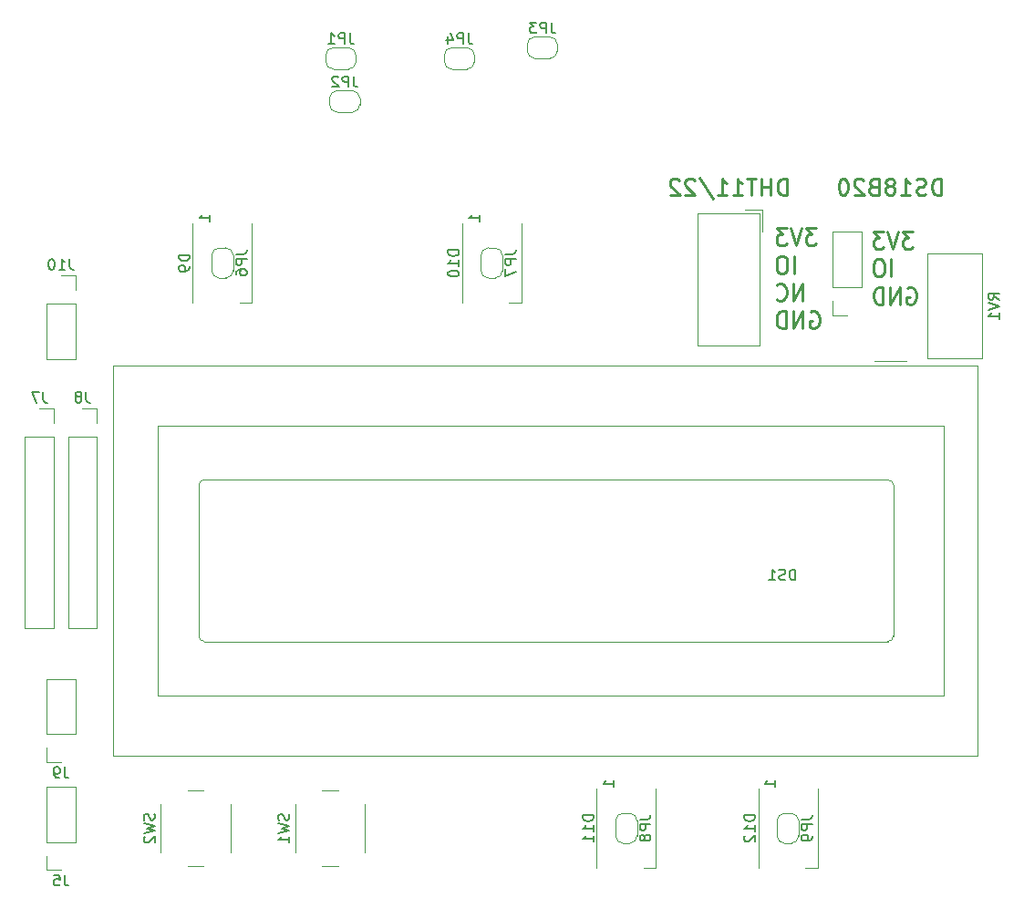
<source format=gbr>
%TF.GenerationSoftware,KiCad,Pcbnew,(6.0.9)*%
%TF.CreationDate,2022-11-21T22:50:26+02:00*%
%TF.ProjectId,Elekit2.0,456c656b-6974-4322-9e30-2e6b69636164,rev?*%
%TF.SameCoordinates,Original*%
%TF.FileFunction,Legend,Bot*%
%TF.FilePolarity,Positive*%
%FSLAX46Y46*%
G04 Gerber Fmt 4.6, Leading zero omitted, Abs format (unit mm)*
G04 Created by KiCad (PCBNEW (6.0.9)) date 2022-11-21 22:50:26*
%MOMM*%
%LPD*%
G01*
G04 APERTURE LIST*
G04 Aperture macros list*
%AMFreePoly0*
4,1,20,0.000000,0.744959,0.073905,0.744508,0.209726,0.703889,0.328688,0.626782,0.421226,0.519385,0.479903,0.390333,0.500000,0.250000,0.500000,-0.250000,0.499851,-0.262216,0.476331,-0.402017,0.414519,-0.529596,0.319384,-0.634700,0.198574,-0.708877,0.061801,-0.746166,0.000000,-0.745033,0.000000,-0.750000,-0.500000,-0.750000,-0.500000,0.750000,0.000000,0.750000,0.000000,0.744959,
0.000000,0.744959,$1*%
%AMFreePoly1*
4,1,22,0.500000,-0.750000,0.000000,-0.750000,0.000000,-0.745033,-0.079941,-0.743568,-0.215256,-0.701293,-0.333266,-0.622738,-0.424486,-0.514219,-0.481581,-0.384460,-0.499164,-0.250000,-0.500000,-0.250000,-0.500000,0.250000,-0.499164,0.250000,-0.499963,0.256109,-0.478152,0.396186,-0.417904,0.524511,-0.324060,0.630769,-0.204165,0.706417,-0.067858,0.745374,0.000000,0.744959,0.000000,0.750000,
0.500000,0.750000,0.500000,-0.750000,0.500000,-0.750000,$1*%
G04 Aperture macros list end*
%ADD10C,0.250000*%
%ADD11C,0.150000*%
%ADD12C,0.120000*%
%ADD13R,1.700000X1.700000*%
%ADD14O,1.700000X1.700000*%
%ADD15FreePoly0,90.000000*%
%ADD16FreePoly1,90.000000*%
%ADD17R,0.900000X1.500000*%
%ADD18C,2.000000*%
%ADD19O,1.800000X2.600000*%
%ADD20R,1.800000X2.600000*%
%ADD21C,3.000000*%
%ADD22R,1.500000X1.500000*%
%ADD23C,1.500000*%
%ADD24C,3.200000*%
%ADD25C,0.900025*%
%ADD26C,2.200000*%
%ADD27O,2.000000X1.905000*%
%ADD28R,2.000000X1.905000*%
%ADD29FreePoly1,180.000000*%
%ADD30FreePoly0,180.000000*%
%ADD31C,1.440000*%
G04 APERTURE END LIST*
D10*
X106714285Y-23678571D02*
X106714285Y-22178571D01*
X106357142Y-22178571D01*
X106142857Y-22250000D01*
X106000000Y-22392857D01*
X105928571Y-22535714D01*
X105857142Y-22821428D01*
X105857142Y-23035714D01*
X105928571Y-23321428D01*
X106000000Y-23464285D01*
X106142857Y-23607142D01*
X106357142Y-23678571D01*
X106714285Y-23678571D01*
X105285714Y-23607142D02*
X105071428Y-23678571D01*
X104714285Y-23678571D01*
X104571428Y-23607142D01*
X104500000Y-23535714D01*
X104428571Y-23392857D01*
X104428571Y-23250000D01*
X104500000Y-23107142D01*
X104571428Y-23035714D01*
X104714285Y-22964285D01*
X105000000Y-22892857D01*
X105142857Y-22821428D01*
X105214285Y-22750000D01*
X105285714Y-22607142D01*
X105285714Y-22464285D01*
X105214285Y-22321428D01*
X105142857Y-22250000D01*
X105000000Y-22178571D01*
X104642857Y-22178571D01*
X104428571Y-22250000D01*
X103000000Y-23678571D02*
X103857142Y-23678571D01*
X103428571Y-23678571D02*
X103428571Y-22178571D01*
X103571428Y-22392857D01*
X103714285Y-22535714D01*
X103857142Y-22607142D01*
X102142857Y-22821428D02*
X102285714Y-22750000D01*
X102357142Y-22678571D01*
X102428571Y-22535714D01*
X102428571Y-22464285D01*
X102357142Y-22321428D01*
X102285714Y-22250000D01*
X102142857Y-22178571D01*
X101857142Y-22178571D01*
X101714285Y-22250000D01*
X101642857Y-22321428D01*
X101571428Y-22464285D01*
X101571428Y-22535714D01*
X101642857Y-22678571D01*
X101714285Y-22750000D01*
X101857142Y-22821428D01*
X102142857Y-22821428D01*
X102285714Y-22892857D01*
X102357142Y-22964285D01*
X102428571Y-23107142D01*
X102428571Y-23392857D01*
X102357142Y-23535714D01*
X102285714Y-23607142D01*
X102142857Y-23678571D01*
X101857142Y-23678571D01*
X101714285Y-23607142D01*
X101642857Y-23535714D01*
X101571428Y-23392857D01*
X101571428Y-23107142D01*
X101642857Y-22964285D01*
X101714285Y-22892857D01*
X101857142Y-22821428D01*
X100428571Y-22892857D02*
X100214285Y-22964285D01*
X100142857Y-23035714D01*
X100071428Y-23178571D01*
X100071428Y-23392857D01*
X100142857Y-23535714D01*
X100214285Y-23607142D01*
X100357142Y-23678571D01*
X100928571Y-23678571D01*
X100928571Y-22178571D01*
X100428571Y-22178571D01*
X100285714Y-22250000D01*
X100214285Y-22321428D01*
X100142857Y-22464285D01*
X100142857Y-22607142D01*
X100214285Y-22750000D01*
X100285714Y-22821428D01*
X100428571Y-22892857D01*
X100928571Y-22892857D01*
X99500000Y-22321428D02*
X99428571Y-22250000D01*
X99285714Y-22178571D01*
X98928571Y-22178571D01*
X98785714Y-22250000D01*
X98714285Y-22321428D01*
X98642857Y-22464285D01*
X98642857Y-22607142D01*
X98714285Y-22821428D01*
X99571428Y-23678571D01*
X98642857Y-23678571D01*
X97714285Y-22178571D02*
X97571428Y-22178571D01*
X97428571Y-22250000D01*
X97357142Y-22321428D01*
X97285714Y-22464285D01*
X97214285Y-22750000D01*
X97214285Y-23107142D01*
X97285714Y-23392857D01*
X97357142Y-23535714D01*
X97428571Y-23607142D01*
X97571428Y-23678571D01*
X97714285Y-23678571D01*
X97857142Y-23607142D01*
X97928571Y-23535714D01*
X98000000Y-23392857D01*
X98071428Y-23107142D01*
X98071428Y-22750000D01*
X98000000Y-22464285D01*
X97928571Y-22321428D01*
X97857142Y-22250000D01*
X97714285Y-22178571D01*
X104091071Y-27087809D02*
X103162500Y-27087809D01*
X103662500Y-27697333D01*
X103448214Y-27697333D01*
X103305357Y-27773523D01*
X103233928Y-27849714D01*
X103162500Y-28002095D01*
X103162500Y-28383047D01*
X103233928Y-28535428D01*
X103305357Y-28611619D01*
X103448214Y-28687809D01*
X103876785Y-28687809D01*
X104019642Y-28611619D01*
X104091071Y-28535428D01*
X102733928Y-27087809D02*
X102233928Y-28687809D01*
X101733928Y-27087809D01*
X101376785Y-27087809D02*
X100448214Y-27087809D01*
X100948214Y-27697333D01*
X100733928Y-27697333D01*
X100591071Y-27773523D01*
X100519642Y-27849714D01*
X100448214Y-28002095D01*
X100448214Y-28383047D01*
X100519642Y-28535428D01*
X100591071Y-28611619D01*
X100733928Y-28687809D01*
X101162500Y-28687809D01*
X101305357Y-28611619D01*
X101376785Y-28535428D01*
X102091071Y-31263809D02*
X102091071Y-29663809D01*
X101091071Y-29663809D02*
X100805357Y-29663809D01*
X100662500Y-29740000D01*
X100519642Y-29892380D01*
X100448214Y-30197142D01*
X100448214Y-30730476D01*
X100519642Y-31035238D01*
X100662500Y-31187619D01*
X100805357Y-31263809D01*
X101091071Y-31263809D01*
X101233928Y-31187619D01*
X101376785Y-31035238D01*
X101448214Y-30730476D01*
X101448214Y-30197142D01*
X101376785Y-29892380D01*
X101233928Y-29740000D01*
X101091071Y-29663809D01*
X103591071Y-32316000D02*
X103733928Y-32239809D01*
X103948214Y-32239809D01*
X104162500Y-32316000D01*
X104305357Y-32468380D01*
X104376785Y-32620761D01*
X104448214Y-32925523D01*
X104448214Y-33154095D01*
X104376785Y-33458857D01*
X104305357Y-33611238D01*
X104162500Y-33763619D01*
X103948214Y-33839809D01*
X103805357Y-33839809D01*
X103591071Y-33763619D01*
X103519642Y-33687428D01*
X103519642Y-33154095D01*
X103805357Y-33154095D01*
X102876785Y-33839809D02*
X102876785Y-32239809D01*
X102019642Y-33839809D01*
X102019642Y-32239809D01*
X101305357Y-33839809D02*
X101305357Y-32239809D01*
X100948214Y-32239809D01*
X100733928Y-32316000D01*
X100591071Y-32468380D01*
X100519642Y-32620761D01*
X100448214Y-32925523D01*
X100448214Y-33154095D01*
X100519642Y-33458857D01*
X100591071Y-33611238D01*
X100733928Y-33763619D01*
X100948214Y-33839809D01*
X101305357Y-33839809D01*
X92392857Y-23678571D02*
X92392857Y-22178571D01*
X92035714Y-22178571D01*
X91821428Y-22250000D01*
X91678571Y-22392857D01*
X91607142Y-22535714D01*
X91535714Y-22821428D01*
X91535714Y-23035714D01*
X91607142Y-23321428D01*
X91678571Y-23464285D01*
X91821428Y-23607142D01*
X92035714Y-23678571D01*
X92392857Y-23678571D01*
X90892857Y-23678571D02*
X90892857Y-22178571D01*
X90892857Y-22892857D02*
X90035714Y-22892857D01*
X90035714Y-23678571D02*
X90035714Y-22178571D01*
X89535714Y-22178571D02*
X88678571Y-22178571D01*
X89107142Y-23678571D02*
X89107142Y-22178571D01*
X87392857Y-23678571D02*
X88250000Y-23678571D01*
X87821428Y-23678571D02*
X87821428Y-22178571D01*
X87964285Y-22392857D01*
X88107142Y-22535714D01*
X88250000Y-22607142D01*
X85964285Y-23678571D02*
X86821428Y-23678571D01*
X86392857Y-23678571D02*
X86392857Y-22178571D01*
X86535714Y-22392857D01*
X86678571Y-22535714D01*
X86821428Y-22607142D01*
X84250000Y-22107142D02*
X85535714Y-24035714D01*
X83821428Y-22321428D02*
X83750000Y-22250000D01*
X83607142Y-22178571D01*
X83250000Y-22178571D01*
X83107142Y-22250000D01*
X83035714Y-22321428D01*
X82964285Y-22464285D01*
X82964285Y-22607142D01*
X83035714Y-22821428D01*
X83892857Y-23678571D01*
X82964285Y-23678571D01*
X82392857Y-22321428D02*
X82321428Y-22250000D01*
X82178571Y-22178571D01*
X81821428Y-22178571D01*
X81678571Y-22250000D01*
X81607142Y-22321428D01*
X81535714Y-22464285D01*
X81535714Y-22607142D01*
X81607142Y-22821428D01*
X82464285Y-23678571D01*
X81535714Y-23678571D01*
X95091071Y-26759809D02*
X94162500Y-26759809D01*
X94662500Y-27369333D01*
X94448214Y-27369333D01*
X94305357Y-27445523D01*
X94233928Y-27521714D01*
X94162500Y-27674095D01*
X94162500Y-28055047D01*
X94233928Y-28207428D01*
X94305357Y-28283619D01*
X94448214Y-28359809D01*
X94876785Y-28359809D01*
X95019642Y-28283619D01*
X95091071Y-28207428D01*
X93733928Y-26759809D02*
X93233928Y-28359809D01*
X92733928Y-26759809D01*
X92376785Y-26759809D02*
X91448214Y-26759809D01*
X91948214Y-27369333D01*
X91733928Y-27369333D01*
X91591071Y-27445523D01*
X91519642Y-27521714D01*
X91448214Y-27674095D01*
X91448214Y-28055047D01*
X91519642Y-28207428D01*
X91591071Y-28283619D01*
X91733928Y-28359809D01*
X92162500Y-28359809D01*
X92305357Y-28283619D01*
X92376785Y-28207428D01*
X93091071Y-30935809D02*
X93091071Y-29335809D01*
X92091071Y-29335809D02*
X91805357Y-29335809D01*
X91662500Y-29412000D01*
X91519642Y-29564380D01*
X91448214Y-29869142D01*
X91448214Y-30402476D01*
X91519642Y-30707238D01*
X91662500Y-30859619D01*
X91805357Y-30935809D01*
X92091071Y-30935809D01*
X92233928Y-30859619D01*
X92376785Y-30707238D01*
X92448214Y-30402476D01*
X92448214Y-29869142D01*
X92376785Y-29564380D01*
X92233928Y-29412000D01*
X92091071Y-29335809D01*
X93876785Y-33511809D02*
X93876785Y-31911809D01*
X93019642Y-33511809D01*
X93019642Y-31911809D01*
X91448214Y-33359428D02*
X91519642Y-33435619D01*
X91733928Y-33511809D01*
X91876785Y-33511809D01*
X92091071Y-33435619D01*
X92233928Y-33283238D01*
X92305357Y-33130857D01*
X92376785Y-32826095D01*
X92376785Y-32597523D01*
X92305357Y-32292761D01*
X92233928Y-32140380D01*
X92091071Y-31988000D01*
X91876785Y-31911809D01*
X91733928Y-31911809D01*
X91519642Y-31988000D01*
X91448214Y-32064190D01*
X94591071Y-34564000D02*
X94733928Y-34487809D01*
X94948214Y-34487809D01*
X95162500Y-34564000D01*
X95305357Y-34716380D01*
X95376785Y-34868761D01*
X95448214Y-35173523D01*
X95448214Y-35402095D01*
X95376785Y-35706857D01*
X95305357Y-35859238D01*
X95162500Y-36011619D01*
X94948214Y-36087809D01*
X94805357Y-36087809D01*
X94591071Y-36011619D01*
X94519642Y-35935428D01*
X94519642Y-35402095D01*
X94805357Y-35402095D01*
X93876785Y-36087809D02*
X93876785Y-34487809D01*
X93019642Y-36087809D01*
X93019642Y-34487809D01*
X92305357Y-36087809D02*
X92305357Y-34487809D01*
X91948214Y-34487809D01*
X91733928Y-34564000D01*
X91591071Y-34716380D01*
X91519642Y-34868761D01*
X91448214Y-35173523D01*
X91448214Y-35402095D01*
X91519642Y-35706857D01*
X91591071Y-35859238D01*
X91733928Y-36011619D01*
X91948214Y-36087809D01*
X92305357Y-36087809D01*
D11*
%TO.C,J10*%
X25809523Y-29622380D02*
X25809523Y-30336666D01*
X25857142Y-30479523D01*
X25952380Y-30574761D01*
X26095238Y-30622380D01*
X26190476Y-30622380D01*
X24809523Y-30622380D02*
X25380952Y-30622380D01*
X25095238Y-30622380D02*
X25095238Y-29622380D01*
X25190476Y-29765238D01*
X25285714Y-29860476D01*
X25380952Y-29908095D01*
X24190476Y-29622380D02*
X24095238Y-29622380D01*
X24000000Y-29670000D01*
X23952380Y-29717619D01*
X23904761Y-29812857D01*
X23857142Y-30003333D01*
X23857142Y-30241428D01*
X23904761Y-30431904D01*
X23952380Y-30527142D01*
X24000000Y-30574761D01*
X24095238Y-30622380D01*
X24190476Y-30622380D01*
X24285714Y-30574761D01*
X24333333Y-30527142D01*
X24380952Y-30431904D01*
X24428571Y-30241428D01*
X24428571Y-30003333D01*
X24380952Y-29812857D01*
X24333333Y-29717619D01*
X24285714Y-29670000D01*
X24190476Y-29622380D01*
%TO.C,JP9*%
X93752380Y-81666666D02*
X94466666Y-81666666D01*
X94609523Y-81619047D01*
X94704761Y-81523809D01*
X94752380Y-81380952D01*
X94752380Y-81285714D01*
X94752380Y-82142857D02*
X93752380Y-82142857D01*
X93752380Y-82523809D01*
X93800000Y-82619047D01*
X93847619Y-82666666D01*
X93942857Y-82714285D01*
X94085714Y-82714285D01*
X94180952Y-82666666D01*
X94228571Y-82619047D01*
X94276190Y-82523809D01*
X94276190Y-82142857D01*
X94752380Y-83190476D02*
X94752380Y-83380952D01*
X94704761Y-83476190D01*
X94657142Y-83523809D01*
X94514285Y-83619047D01*
X94323809Y-83666666D01*
X93942857Y-83666666D01*
X93847619Y-83619047D01*
X93800000Y-83571428D01*
X93752380Y-83476190D01*
X93752380Y-83285714D01*
X93800000Y-83190476D01*
X93847619Y-83142857D01*
X93942857Y-83095238D01*
X94180952Y-83095238D01*
X94276190Y-83142857D01*
X94323809Y-83190476D01*
X94371428Y-83285714D01*
X94371428Y-83476190D01*
X94323809Y-83571428D01*
X94276190Y-83619047D01*
X94180952Y-83666666D01*
%TO.C,JP8*%
X78752380Y-81666666D02*
X79466666Y-81666666D01*
X79609523Y-81619047D01*
X79704761Y-81523809D01*
X79752380Y-81380952D01*
X79752380Y-81285714D01*
X79752380Y-82142857D02*
X78752380Y-82142857D01*
X78752380Y-82523809D01*
X78800000Y-82619047D01*
X78847619Y-82666666D01*
X78942857Y-82714285D01*
X79085714Y-82714285D01*
X79180952Y-82666666D01*
X79228571Y-82619047D01*
X79276190Y-82523809D01*
X79276190Y-82142857D01*
X79180952Y-83285714D02*
X79133333Y-83190476D01*
X79085714Y-83142857D01*
X78990476Y-83095238D01*
X78942857Y-83095238D01*
X78847619Y-83142857D01*
X78800000Y-83190476D01*
X78752380Y-83285714D01*
X78752380Y-83476190D01*
X78800000Y-83571428D01*
X78847619Y-83619047D01*
X78942857Y-83666666D01*
X78990476Y-83666666D01*
X79085714Y-83619047D01*
X79133333Y-83571428D01*
X79180952Y-83476190D01*
X79180952Y-83285714D01*
X79228571Y-83190476D01*
X79276190Y-83142857D01*
X79371428Y-83095238D01*
X79561904Y-83095238D01*
X79657142Y-83142857D01*
X79704761Y-83190476D01*
X79752380Y-83285714D01*
X79752380Y-83476190D01*
X79704761Y-83571428D01*
X79657142Y-83619047D01*
X79561904Y-83666666D01*
X79371428Y-83666666D01*
X79276190Y-83619047D01*
X79228571Y-83571428D01*
X79180952Y-83476190D01*
%TO.C,JP7*%
X66252380Y-29166666D02*
X66966666Y-29166666D01*
X67109523Y-29119047D01*
X67204761Y-29023809D01*
X67252380Y-28880952D01*
X67252380Y-28785714D01*
X67252380Y-29642857D02*
X66252380Y-29642857D01*
X66252380Y-30023809D01*
X66300000Y-30119047D01*
X66347619Y-30166666D01*
X66442857Y-30214285D01*
X66585714Y-30214285D01*
X66680952Y-30166666D01*
X66728571Y-30119047D01*
X66776190Y-30023809D01*
X66776190Y-29642857D01*
X66252380Y-30547619D02*
X66252380Y-31214285D01*
X67252380Y-30785714D01*
%TO.C,JP6*%
X41252380Y-29166666D02*
X41966666Y-29166666D01*
X42109523Y-29119047D01*
X42204761Y-29023809D01*
X42252380Y-28880952D01*
X42252380Y-28785714D01*
X42252380Y-29642857D02*
X41252380Y-29642857D01*
X41252380Y-30023809D01*
X41300000Y-30119047D01*
X41347619Y-30166666D01*
X41442857Y-30214285D01*
X41585714Y-30214285D01*
X41680952Y-30166666D01*
X41728571Y-30119047D01*
X41776190Y-30023809D01*
X41776190Y-29642857D01*
X41252380Y-31071428D02*
X41252380Y-30880952D01*
X41300000Y-30785714D01*
X41347619Y-30738095D01*
X41490476Y-30642857D01*
X41680952Y-30595238D01*
X42061904Y-30595238D01*
X42157142Y-30642857D01*
X42204761Y-30690476D01*
X42252380Y-30785714D01*
X42252380Y-30976190D01*
X42204761Y-31071428D01*
X42157142Y-31119047D01*
X42061904Y-31166666D01*
X41823809Y-31166666D01*
X41728571Y-31119047D01*
X41680952Y-31071428D01*
X41633333Y-30976190D01*
X41633333Y-30785714D01*
X41680952Y-30690476D01*
X41728571Y-30642857D01*
X41823809Y-30595238D01*
%TO.C,D12*%
X89452380Y-81285714D02*
X88452380Y-81285714D01*
X88452380Y-81523809D01*
X88500000Y-81666666D01*
X88595238Y-81761904D01*
X88690476Y-81809523D01*
X88880952Y-81857142D01*
X89023809Y-81857142D01*
X89214285Y-81809523D01*
X89309523Y-81761904D01*
X89404761Y-81666666D01*
X89452380Y-81523809D01*
X89452380Y-81285714D01*
X89452380Y-82809523D02*
X89452380Y-82238095D01*
X89452380Y-82523809D02*
X88452380Y-82523809D01*
X88595238Y-82428571D01*
X88690476Y-82333333D01*
X88738095Y-82238095D01*
X88547619Y-83190476D02*
X88500000Y-83238095D01*
X88452380Y-83333333D01*
X88452380Y-83571428D01*
X88500000Y-83666666D01*
X88547619Y-83714285D01*
X88642857Y-83761904D01*
X88738095Y-83761904D01*
X88880952Y-83714285D01*
X89452380Y-83142857D01*
X89452380Y-83761904D01*
X91352380Y-78635714D02*
X91352380Y-78064285D01*
X91352380Y-78350000D02*
X90352380Y-78350000D01*
X90495238Y-78254761D01*
X90590476Y-78159523D01*
X90638095Y-78064285D01*
%TO.C,D11*%
X74452380Y-81285714D02*
X73452380Y-81285714D01*
X73452380Y-81523809D01*
X73500000Y-81666666D01*
X73595238Y-81761904D01*
X73690476Y-81809523D01*
X73880952Y-81857142D01*
X74023809Y-81857142D01*
X74214285Y-81809523D01*
X74309523Y-81761904D01*
X74404761Y-81666666D01*
X74452380Y-81523809D01*
X74452380Y-81285714D01*
X74452380Y-82809523D02*
X74452380Y-82238095D01*
X74452380Y-82523809D02*
X73452380Y-82523809D01*
X73595238Y-82428571D01*
X73690476Y-82333333D01*
X73738095Y-82238095D01*
X74452380Y-83761904D02*
X74452380Y-83190476D01*
X74452380Y-83476190D02*
X73452380Y-83476190D01*
X73595238Y-83380952D01*
X73690476Y-83285714D01*
X73738095Y-83190476D01*
X76352380Y-78635714D02*
X76352380Y-78064285D01*
X76352380Y-78350000D02*
X75352380Y-78350000D01*
X75495238Y-78254761D01*
X75590476Y-78159523D01*
X75638095Y-78064285D01*
%TO.C,SW2*%
X33654761Y-81166666D02*
X33702380Y-81309523D01*
X33702380Y-81547619D01*
X33654761Y-81642857D01*
X33607142Y-81690476D01*
X33511904Y-81738095D01*
X33416666Y-81738095D01*
X33321428Y-81690476D01*
X33273809Y-81642857D01*
X33226190Y-81547619D01*
X33178571Y-81357142D01*
X33130952Y-81261904D01*
X33083333Y-81214285D01*
X32988095Y-81166666D01*
X32892857Y-81166666D01*
X32797619Y-81214285D01*
X32750000Y-81261904D01*
X32702380Y-81357142D01*
X32702380Y-81595238D01*
X32750000Y-81738095D01*
X32702380Y-82071428D02*
X33702380Y-82309523D01*
X32988095Y-82500000D01*
X33702380Y-82690476D01*
X32702380Y-82928571D01*
X32797619Y-83261904D02*
X32750000Y-83309523D01*
X32702380Y-83404761D01*
X32702380Y-83642857D01*
X32750000Y-83738095D01*
X32797619Y-83785714D01*
X32892857Y-83833333D01*
X32988095Y-83833333D01*
X33130952Y-83785714D01*
X33702380Y-83214285D01*
X33702380Y-83833333D01*
%TO.C,DS1*%
X93214285Y-59452380D02*
X93214285Y-58452380D01*
X92976190Y-58452380D01*
X92833333Y-58500000D01*
X92738095Y-58595238D01*
X92690476Y-58690476D01*
X92642857Y-58880952D01*
X92642857Y-59023809D01*
X92690476Y-59214285D01*
X92738095Y-59309523D01*
X92833333Y-59404761D01*
X92976190Y-59452380D01*
X93214285Y-59452380D01*
X92261904Y-59404761D02*
X92119047Y-59452380D01*
X91880952Y-59452380D01*
X91785714Y-59404761D01*
X91738095Y-59357142D01*
X91690476Y-59261904D01*
X91690476Y-59166666D01*
X91738095Y-59071428D01*
X91785714Y-59023809D01*
X91880952Y-58976190D01*
X92071428Y-58928571D01*
X92166666Y-58880952D01*
X92214285Y-58833333D01*
X92261904Y-58738095D01*
X92261904Y-58642857D01*
X92214285Y-58547619D01*
X92166666Y-58500000D01*
X92071428Y-58452380D01*
X91833333Y-58452380D01*
X91690476Y-58500000D01*
X90738095Y-59452380D02*
X91309523Y-59452380D01*
X91023809Y-59452380D02*
X91023809Y-58452380D01*
X91119047Y-58595238D01*
X91214285Y-58690476D01*
X91309523Y-58738095D01*
%TO.C,J9*%
X25333333Y-76822380D02*
X25333333Y-77536666D01*
X25380952Y-77679523D01*
X25476190Y-77774761D01*
X25619047Y-77822380D01*
X25714285Y-77822380D01*
X24809523Y-77822380D02*
X24619047Y-77822380D01*
X24523809Y-77774761D01*
X24476190Y-77727142D01*
X24380952Y-77584285D01*
X24333333Y-77393809D01*
X24333333Y-77012857D01*
X24380952Y-76917619D01*
X24428571Y-76870000D01*
X24523809Y-76822380D01*
X24714285Y-76822380D01*
X24809523Y-76870000D01*
X24857142Y-76917619D01*
X24904761Y-77012857D01*
X24904761Y-77250952D01*
X24857142Y-77346190D01*
X24809523Y-77393809D01*
X24714285Y-77441428D01*
X24523809Y-77441428D01*
X24428571Y-77393809D01*
X24380952Y-77346190D01*
X24333333Y-77250952D01*
%TO.C,J7*%
X23333333Y-41962380D02*
X23333333Y-42676666D01*
X23380952Y-42819523D01*
X23476190Y-42914761D01*
X23619047Y-42962380D01*
X23714285Y-42962380D01*
X22952380Y-41962380D02*
X22285714Y-41962380D01*
X22714285Y-42962380D01*
%TO.C,SW1*%
X46154761Y-81166666D02*
X46202380Y-81309523D01*
X46202380Y-81547619D01*
X46154761Y-81642857D01*
X46107142Y-81690476D01*
X46011904Y-81738095D01*
X45916666Y-81738095D01*
X45821428Y-81690476D01*
X45773809Y-81642857D01*
X45726190Y-81547619D01*
X45678571Y-81357142D01*
X45630952Y-81261904D01*
X45583333Y-81214285D01*
X45488095Y-81166666D01*
X45392857Y-81166666D01*
X45297619Y-81214285D01*
X45250000Y-81261904D01*
X45202380Y-81357142D01*
X45202380Y-81595238D01*
X45250000Y-81738095D01*
X45202380Y-82071428D02*
X46202380Y-82309523D01*
X45488095Y-82500000D01*
X46202380Y-82690476D01*
X45202380Y-82928571D01*
X46202380Y-83833333D02*
X46202380Y-83261904D01*
X46202380Y-83547619D02*
X45202380Y-83547619D01*
X45345238Y-83452380D01*
X45440476Y-83357142D01*
X45488095Y-83261904D01*
%TO.C,J8*%
X27333333Y-41962380D02*
X27333333Y-42676666D01*
X27380952Y-42819523D01*
X27476190Y-42914761D01*
X27619047Y-42962380D01*
X27714285Y-42962380D01*
X26714285Y-42390952D02*
X26809523Y-42343333D01*
X26857142Y-42295714D01*
X26904761Y-42200476D01*
X26904761Y-42152857D01*
X26857142Y-42057619D01*
X26809523Y-42010000D01*
X26714285Y-41962380D01*
X26523809Y-41962380D01*
X26428571Y-42010000D01*
X26380952Y-42057619D01*
X26333333Y-42152857D01*
X26333333Y-42200476D01*
X26380952Y-42295714D01*
X26428571Y-42343333D01*
X26523809Y-42390952D01*
X26714285Y-42390952D01*
X26809523Y-42438571D01*
X26857142Y-42486190D01*
X26904761Y-42581428D01*
X26904761Y-42771904D01*
X26857142Y-42867142D01*
X26809523Y-42914761D01*
X26714285Y-42962380D01*
X26523809Y-42962380D01*
X26428571Y-42914761D01*
X26380952Y-42867142D01*
X26333333Y-42771904D01*
X26333333Y-42581428D01*
X26380952Y-42486190D01*
X26428571Y-42438571D01*
X26523809Y-42390952D01*
%TO.C,J5*%
X25333333Y-86822380D02*
X25333333Y-87536666D01*
X25380952Y-87679523D01*
X25476190Y-87774761D01*
X25619047Y-87822380D01*
X25714285Y-87822380D01*
X24380952Y-86822380D02*
X24857142Y-86822380D01*
X24904761Y-87298571D01*
X24857142Y-87250952D01*
X24761904Y-87203333D01*
X24523809Y-87203333D01*
X24428571Y-87250952D01*
X24380952Y-87298571D01*
X24333333Y-87393809D01*
X24333333Y-87631904D01*
X24380952Y-87727142D01*
X24428571Y-87774761D01*
X24523809Y-87822380D01*
X24761904Y-87822380D01*
X24857142Y-87774761D01*
X24904761Y-87727142D01*
%TO.C,D9*%
X36952380Y-29261904D02*
X35952380Y-29261904D01*
X35952380Y-29500000D01*
X36000000Y-29642857D01*
X36095238Y-29738095D01*
X36190476Y-29785714D01*
X36380952Y-29833333D01*
X36523809Y-29833333D01*
X36714285Y-29785714D01*
X36809523Y-29738095D01*
X36904761Y-29642857D01*
X36952380Y-29500000D01*
X36952380Y-29261904D01*
X36952380Y-30309523D02*
X36952380Y-30500000D01*
X36904761Y-30595238D01*
X36857142Y-30642857D01*
X36714285Y-30738095D01*
X36523809Y-30785714D01*
X36142857Y-30785714D01*
X36047619Y-30738095D01*
X36000000Y-30690476D01*
X35952380Y-30595238D01*
X35952380Y-30404761D01*
X36000000Y-30309523D01*
X36047619Y-30261904D01*
X36142857Y-30214285D01*
X36380952Y-30214285D01*
X36476190Y-30261904D01*
X36523809Y-30309523D01*
X36571428Y-30404761D01*
X36571428Y-30595238D01*
X36523809Y-30690476D01*
X36476190Y-30738095D01*
X36380952Y-30785714D01*
X38852380Y-26135714D02*
X38852380Y-25564285D01*
X38852380Y-25850000D02*
X37852380Y-25850000D01*
X37995238Y-25754761D01*
X38090476Y-25659523D01*
X38138095Y-25564285D01*
%TO.C,D10*%
X61952380Y-28785714D02*
X60952380Y-28785714D01*
X60952380Y-29023809D01*
X61000000Y-29166666D01*
X61095238Y-29261904D01*
X61190476Y-29309523D01*
X61380952Y-29357142D01*
X61523809Y-29357142D01*
X61714285Y-29309523D01*
X61809523Y-29261904D01*
X61904761Y-29166666D01*
X61952380Y-29023809D01*
X61952380Y-28785714D01*
X61952380Y-30309523D02*
X61952380Y-29738095D01*
X61952380Y-30023809D02*
X60952380Y-30023809D01*
X61095238Y-29928571D01*
X61190476Y-29833333D01*
X61238095Y-29738095D01*
X60952380Y-30928571D02*
X60952380Y-31023809D01*
X61000000Y-31119047D01*
X61047619Y-31166666D01*
X61142857Y-31214285D01*
X61333333Y-31261904D01*
X61571428Y-31261904D01*
X61761904Y-31214285D01*
X61857142Y-31166666D01*
X61904761Y-31119047D01*
X61952380Y-31023809D01*
X61952380Y-30928571D01*
X61904761Y-30833333D01*
X61857142Y-30785714D01*
X61761904Y-30738095D01*
X61571428Y-30690476D01*
X61333333Y-30690476D01*
X61142857Y-30738095D01*
X61047619Y-30785714D01*
X61000000Y-30833333D01*
X60952380Y-30928571D01*
X63852380Y-26135714D02*
X63852380Y-25564285D01*
X63852380Y-25850000D02*
X62852380Y-25850000D01*
X62995238Y-25754761D01*
X63090476Y-25659523D01*
X63138095Y-25564285D01*
%TO.C,JP1*%
X51833333Y-8652380D02*
X51833333Y-9366666D01*
X51880952Y-9509523D01*
X51976190Y-9604761D01*
X52119047Y-9652380D01*
X52214285Y-9652380D01*
X51357142Y-9652380D02*
X51357142Y-8652380D01*
X50976190Y-8652380D01*
X50880952Y-8700000D01*
X50833333Y-8747619D01*
X50785714Y-8842857D01*
X50785714Y-8985714D01*
X50833333Y-9080952D01*
X50880952Y-9128571D01*
X50976190Y-9176190D01*
X51357142Y-9176190D01*
X49833333Y-9652380D02*
X50404761Y-9652380D01*
X50119047Y-9652380D02*
X50119047Y-8652380D01*
X50214285Y-8795238D01*
X50309523Y-8890476D01*
X50404761Y-8938095D01*
%TO.C,JP2*%
X52183333Y-12652380D02*
X52183333Y-13366666D01*
X52230952Y-13509523D01*
X52326190Y-13604761D01*
X52469047Y-13652380D01*
X52564285Y-13652380D01*
X51707142Y-13652380D02*
X51707142Y-12652380D01*
X51326190Y-12652380D01*
X51230952Y-12700000D01*
X51183333Y-12747619D01*
X51135714Y-12842857D01*
X51135714Y-12985714D01*
X51183333Y-13080952D01*
X51230952Y-13128571D01*
X51326190Y-13176190D01*
X51707142Y-13176190D01*
X50754761Y-12747619D02*
X50707142Y-12700000D01*
X50611904Y-12652380D01*
X50373809Y-12652380D01*
X50278571Y-12700000D01*
X50230952Y-12747619D01*
X50183333Y-12842857D01*
X50183333Y-12938095D01*
X50230952Y-13080952D01*
X50802380Y-13652380D01*
X50183333Y-13652380D01*
%TO.C,JP3*%
X70533333Y-7652380D02*
X70533333Y-8366666D01*
X70580952Y-8509523D01*
X70676190Y-8604761D01*
X70819047Y-8652380D01*
X70914285Y-8652380D01*
X70057142Y-8652380D02*
X70057142Y-7652380D01*
X69676190Y-7652380D01*
X69580952Y-7700000D01*
X69533333Y-7747619D01*
X69485714Y-7842857D01*
X69485714Y-7985714D01*
X69533333Y-8080952D01*
X69580952Y-8128571D01*
X69676190Y-8176190D01*
X70057142Y-8176190D01*
X69152380Y-7652380D02*
X68533333Y-7652380D01*
X68866666Y-8033333D01*
X68723809Y-8033333D01*
X68628571Y-8080952D01*
X68580952Y-8128571D01*
X68533333Y-8223809D01*
X68533333Y-8461904D01*
X68580952Y-8557142D01*
X68628571Y-8604761D01*
X68723809Y-8652380D01*
X69009523Y-8652380D01*
X69104761Y-8604761D01*
X69152380Y-8557142D01*
%TO.C,RV1*%
X112112380Y-33394761D02*
X111636190Y-33061428D01*
X112112380Y-32823333D02*
X111112380Y-32823333D01*
X111112380Y-33204285D01*
X111160000Y-33299523D01*
X111207619Y-33347142D01*
X111302857Y-33394761D01*
X111445714Y-33394761D01*
X111540952Y-33347142D01*
X111588571Y-33299523D01*
X111636190Y-33204285D01*
X111636190Y-32823333D01*
X111112380Y-33680476D02*
X112112380Y-34013809D01*
X111112380Y-34347142D01*
X112112380Y-35204285D02*
X112112380Y-34632857D01*
X112112380Y-34918571D02*
X111112380Y-34918571D01*
X111255238Y-34823333D01*
X111350476Y-34728095D01*
X111398095Y-34632857D01*
%TO.C,JP4*%
X62833333Y-8652380D02*
X62833333Y-9366666D01*
X62880952Y-9509523D01*
X62976190Y-9604761D01*
X63119047Y-9652380D01*
X63214285Y-9652380D01*
X62357142Y-9652380D02*
X62357142Y-8652380D01*
X61976190Y-8652380D01*
X61880952Y-8700000D01*
X61833333Y-8747619D01*
X61785714Y-8842857D01*
X61785714Y-8985714D01*
X61833333Y-9080952D01*
X61880952Y-9128571D01*
X61976190Y-9176190D01*
X62357142Y-9176190D01*
X60928571Y-8985714D02*
X60928571Y-9652380D01*
X61166666Y-8604761D02*
X61404761Y-9319047D01*
X60785714Y-9319047D01*
D12*
%TO.C,J10*%
X26330000Y-38910000D02*
X23670000Y-38910000D01*
X26330000Y-33770000D02*
X26330000Y-38910000D01*
X26330000Y-32500000D02*
X26330000Y-31170000D01*
X23670000Y-33770000D02*
X23670000Y-38910000D01*
X26330000Y-31170000D02*
X25000000Y-31170000D01*
X26330000Y-33770000D02*
X23670000Y-33770000D01*
%TO.C,JP9*%
X92200000Y-81100000D02*
G75*
G03*
X91500000Y-81800000I0J-700000D01*
G01*
X91500000Y-83200000D02*
G75*
G03*
X92200000Y-83900000I699999J-1D01*
G01*
X92800000Y-83900000D02*
G75*
G03*
X93500000Y-83200000I1J699999D01*
G01*
X93500000Y-81800000D02*
G75*
G03*
X92800000Y-81100000I-700000J0D01*
G01*
X92200000Y-83900000D02*
X92800000Y-83900000D01*
X92800000Y-81100000D02*
X92200000Y-81100000D01*
X91500000Y-81800000D02*
X91500000Y-83200000D01*
X93500000Y-83200000D02*
X93500000Y-81800000D01*
%TO.C,JP8*%
X78500000Y-83200000D02*
X78500000Y-81800000D01*
X76500000Y-81800000D02*
X76500000Y-83200000D01*
X77800000Y-81100000D02*
X77200000Y-81100000D01*
X77200000Y-83900000D02*
X77800000Y-83900000D01*
X78500000Y-81800000D02*
G75*
G03*
X77800000Y-81100000I-700000J0D01*
G01*
X77800000Y-83900000D02*
G75*
G03*
X78500000Y-83200000I1J699999D01*
G01*
X76500000Y-83200000D02*
G75*
G03*
X77200000Y-83900000I699999J-1D01*
G01*
X77200000Y-81100000D02*
G75*
G03*
X76500000Y-81800000I0J-700000D01*
G01*
%TO.C,JP7*%
X66000000Y-30700000D02*
X66000000Y-29300000D01*
X64000000Y-29300000D02*
X64000000Y-30700000D01*
X65300000Y-28600000D02*
X64700000Y-28600000D01*
X64700000Y-31400000D02*
X65300000Y-31400000D01*
X66000000Y-29300000D02*
G75*
G03*
X65300000Y-28600000I-700000J0D01*
G01*
X65300000Y-31400000D02*
G75*
G03*
X66000000Y-30700000I1J699999D01*
G01*
X64000000Y-30700000D02*
G75*
G03*
X64700000Y-31400000I699999J-1D01*
G01*
X64700000Y-28600000D02*
G75*
G03*
X64000000Y-29300000I0J-700000D01*
G01*
%TO.C,JP6*%
X41000000Y-30700000D02*
X41000000Y-29300000D01*
X39000000Y-29300000D02*
X39000000Y-30700000D01*
X40300000Y-28600000D02*
X39700000Y-28600000D01*
X39700000Y-31400000D02*
X40300000Y-31400000D01*
X41000000Y-29300000D02*
G75*
G03*
X40300000Y-28600000I-700000J0D01*
G01*
X40300000Y-31400000D02*
G75*
G03*
X41000000Y-30700000I1J699999D01*
G01*
X39000000Y-30700000D02*
G75*
G03*
X39700000Y-31400000I699999J-1D01*
G01*
X39700000Y-28600000D02*
G75*
G03*
X39000000Y-29300000I0J-700000D01*
G01*
%TO.C,D12*%
X89750000Y-78850000D02*
X89750000Y-86150000D01*
X95250000Y-78850000D02*
X95250000Y-86150000D01*
X95250000Y-86150000D02*
X94100000Y-86150000D01*
%TO.C,D11*%
X74750000Y-78850000D02*
X74750000Y-86150000D01*
X80250000Y-78850000D02*
X80250000Y-86150000D01*
X80250000Y-86150000D02*
X79100000Y-86150000D01*
%TO.C,SW2*%
X38250000Y-86000000D02*
X36750000Y-86000000D01*
X34250000Y-84750000D02*
X34250000Y-80250000D01*
X36750000Y-79000000D02*
X38250000Y-79000000D01*
X40750000Y-80250000D02*
X40750000Y-84750000D01*
%TO.C,DS1*%
X38300000Y-50142500D02*
G75*
G03*
X37800000Y-50642500I0J-500000D01*
G01*
X101799340Y-65142200D02*
G75*
G03*
X102299720Y-64641820I0J500380D01*
G01*
X37798900Y-64641820D02*
G75*
G03*
X38299340Y-65142200I500400J20D01*
G01*
X102299720Y-50641340D02*
G75*
G03*
X101799340Y-50140960I-500380J0D01*
G01*
X34000000Y-70142500D02*
X107000000Y-70142500D01*
X110130000Y-39502500D02*
X109340000Y-39502500D01*
X110140000Y-39502500D02*
X110140000Y-75782500D01*
X37800000Y-50642500D02*
X37800000Y-64642500D01*
X102299720Y-64641820D02*
X102299720Y-50642500D01*
X101800000Y-50142500D02*
X38300000Y-50142500D01*
X29860000Y-39502500D02*
X109340000Y-39502500D01*
X38299340Y-65142500D02*
X101800000Y-65142500D01*
X107000000Y-45142500D02*
X34000000Y-45142500D01*
X103500000Y-39142500D02*
X100500000Y-39142500D01*
X107000000Y-70142500D02*
X107000000Y-45142500D01*
X29860000Y-75782500D02*
X29860000Y-39502500D01*
X110140000Y-75782500D02*
X29860000Y-75782500D01*
X34000000Y-45142500D02*
X34000000Y-70142500D01*
%TO.C,U11*%
X84120000Y-37625000D02*
X89880000Y-37625000D01*
X84120000Y-25365000D02*
X84120000Y-37625000D01*
X89870000Y-25365000D02*
X84130000Y-25365000D01*
X90160000Y-25085000D02*
X88550000Y-25085000D01*
X89880000Y-37625000D02*
X89880000Y-25375000D01*
X90160000Y-25085000D02*
X90160000Y-27085000D01*
%TO.C,J9*%
X23670000Y-75040000D02*
X23670000Y-76370000D01*
X23670000Y-73770000D02*
X23670000Y-68630000D01*
X26330000Y-73770000D02*
X26330000Y-68630000D01*
X23670000Y-76370000D02*
X25000000Y-76370000D01*
X23670000Y-73770000D02*
X26330000Y-73770000D01*
X23670000Y-68630000D02*
X26330000Y-68630000D01*
%TO.C,J7*%
X24330000Y-46110000D02*
X21670000Y-46110000D01*
X21670000Y-46110000D02*
X21670000Y-63950000D01*
X24330000Y-44840000D02*
X24330000Y-43510000D01*
X24330000Y-46110000D02*
X24330000Y-63950000D01*
X24330000Y-43510000D02*
X23000000Y-43510000D01*
X24330000Y-63950000D02*
X21670000Y-63950000D01*
%TO.C,J11*%
X96670000Y-32255000D02*
X96670000Y-27115000D01*
X96670000Y-27115000D02*
X99330000Y-27115000D01*
X96670000Y-33525000D02*
X96670000Y-34855000D01*
X96670000Y-34855000D02*
X98000000Y-34855000D01*
X96670000Y-32255000D02*
X99330000Y-32255000D01*
X99330000Y-32255000D02*
X99330000Y-27115000D01*
%TO.C,SW1*%
X49250000Y-79000000D02*
X50750000Y-79000000D01*
X50750000Y-86000000D02*
X49250000Y-86000000D01*
X46750000Y-84750000D02*
X46750000Y-80250000D01*
X53250000Y-80250000D02*
X53250000Y-84750000D01*
%TO.C,J8*%
X25670000Y-46110000D02*
X25670000Y-63950000D01*
X28330000Y-43510000D02*
X27000000Y-43510000D01*
X28330000Y-63950000D02*
X25670000Y-63950000D01*
X28330000Y-44840000D02*
X28330000Y-43510000D01*
X28330000Y-46110000D02*
X25670000Y-46110000D01*
X28330000Y-46110000D02*
X28330000Y-63950000D01*
%TO.C,J5*%
X23670000Y-83770000D02*
X26330000Y-83770000D01*
X26330000Y-83770000D02*
X26330000Y-78630000D01*
X23670000Y-85040000D02*
X23670000Y-86370000D01*
X23670000Y-78630000D02*
X26330000Y-78630000D01*
X23670000Y-86370000D02*
X25000000Y-86370000D01*
X23670000Y-83770000D02*
X23670000Y-78630000D01*
%TO.C,D9*%
X42750000Y-33650000D02*
X41600000Y-33650000D01*
X42750000Y-26350000D02*
X42750000Y-33650000D01*
X37250000Y-26350000D02*
X37250000Y-33650000D01*
%TO.C,D10*%
X67750000Y-33650000D02*
X66600000Y-33650000D01*
X67750000Y-26350000D02*
X67750000Y-33650000D01*
X62250000Y-26350000D02*
X62250000Y-33650000D01*
%TO.C,JP1*%
X49600000Y-10700000D02*
X49600000Y-11300000D01*
X52400000Y-11300000D02*
X52400000Y-10700000D01*
X51700000Y-10000000D02*
X50300000Y-10000000D01*
X50300000Y-12000000D02*
X51700000Y-12000000D01*
X50300000Y-10000000D02*
G75*
G03*
X49600000Y-10700000I0J-700000D01*
G01*
X52400000Y-10700000D02*
G75*
G03*
X51700000Y-10000000I-699999J1D01*
G01*
X49600000Y-11300000D02*
G75*
G03*
X50300000Y-12000000I700000J0D01*
G01*
X51700000Y-12000000D02*
G75*
G03*
X52400000Y-11300000I1J699999D01*
G01*
%TO.C,JP2*%
X52750000Y-15300000D02*
X52750000Y-14700000D01*
X52050000Y-14000000D02*
X50650000Y-14000000D01*
X49950000Y-14700000D02*
X49950000Y-15300000D01*
X50650000Y-16000000D02*
X52050000Y-16000000D01*
X49950000Y-15300000D02*
G75*
G03*
X50650000Y-16000000I700000J0D01*
G01*
X52750000Y-14700000D02*
G75*
G03*
X52050000Y-14000000I-699999J1D01*
G01*
X52050000Y-16000000D02*
G75*
G03*
X52750000Y-15300000I1J699999D01*
G01*
X50650000Y-14000000D02*
G75*
G03*
X49950000Y-14700000I0J-700000D01*
G01*
%TO.C,JP3*%
X70400000Y-9000000D02*
X69000000Y-9000000D01*
X69000000Y-11000000D02*
X70400000Y-11000000D01*
X68300000Y-9700000D02*
X68300000Y-10300000D01*
X71100000Y-10300000D02*
X71100000Y-9700000D01*
X71100000Y-9700000D02*
G75*
G03*
X70400000Y-9000000I-699999J1D01*
G01*
X70400000Y-11000000D02*
G75*
G03*
X71100000Y-10300000I1J699999D01*
G01*
X68300000Y-10300000D02*
G75*
G03*
X69000000Y-11000000I700000J0D01*
G01*
X69000000Y-9000000D02*
G75*
G03*
X68300000Y-9700000I0J-700000D01*
G01*
%TO.C,RV1*%
X105460000Y-38875000D02*
X105460000Y-29105000D01*
X110530000Y-38875000D02*
X105460000Y-38875000D01*
X110530000Y-38875000D02*
X110530000Y-29105000D01*
X110530000Y-29105000D02*
X105460000Y-29105000D01*
%TO.C,JP4*%
X62700000Y-10000000D02*
X61300000Y-10000000D01*
X60600000Y-10700000D02*
X60600000Y-11300000D01*
X61300000Y-12000000D02*
X62700000Y-12000000D01*
X63400000Y-11300000D02*
X63400000Y-10700000D01*
X63400000Y-10700000D02*
G75*
G03*
X62700000Y-10000000I-699999J1D01*
G01*
X61300000Y-10000000D02*
G75*
G03*
X60600000Y-10700000I0J-700000D01*
G01*
X60600000Y-11300000D02*
G75*
G03*
X61300000Y-12000000I700000J0D01*
G01*
X62700000Y-12000000D02*
G75*
G03*
X63400000Y-11300000I1J699999D01*
G01*
%TD*%
%LPC*%
D11*
%TO.C,U9*%
X115916641Y-54161191D02*
X115916641Y-53685001D01*
X116202355Y-54256429D02*
X115202355Y-53923096D01*
X116202355Y-53589763D01*
X116202355Y-53256429D02*
X115202355Y-53256429D01*
X116202355Y-52685001D01*
X115202355Y-52685001D01*
X115202355Y-52351667D02*
X115202355Y-51780239D01*
X116202355Y-52065953D02*
X115202355Y-52065953D01*
X115678546Y-51446905D02*
X115678546Y-51113572D01*
X116202355Y-50970715D02*
X116202355Y-51446905D01*
X115202355Y-51446905D01*
X115202355Y-50970715D01*
X116202355Y-50542143D02*
X115202355Y-50542143D01*
X116202355Y-49970715D01*
X115202355Y-49970715D01*
X116202355Y-49494524D02*
X115202355Y-49494524D01*
X116202355Y-48923096D01*
X115202355Y-48923096D01*
X115916641Y-48494524D02*
X115916641Y-48018334D01*
X116202355Y-48589763D02*
X115202355Y-48256429D01*
X116202355Y-47923096D01*
%TD*%
D13*
%TO.C,J6*%
X128650000Y-77550000D03*
D14*
X128650000Y-80090000D03*
X128650000Y-82630000D03*
X128650000Y-85170000D03*
X128650000Y-87710000D03*
X128650000Y-90250000D03*
%TD*%
D13*
%TO.C,J10*%
X25000000Y-32500000D03*
D14*
X25000000Y-35040000D03*
X25000000Y-37580000D03*
%TD*%
D15*
%TO.C,JP9*%
X92500000Y-81850000D03*
D16*
X92500000Y-83150000D03*
%TD*%
%TO.C,JP8*%
X77500000Y-83150000D03*
D15*
X77500000Y-81850000D03*
%TD*%
D16*
%TO.C,JP7*%
X65000000Y-30650000D03*
D15*
X65000000Y-29350000D03*
%TD*%
D16*
%TO.C,JP6*%
X40000000Y-30650000D03*
D15*
X40000000Y-29350000D03*
%TD*%
D17*
%TO.C,D12*%
X90850000Y-80050000D03*
X94150000Y-80050000D03*
X94150000Y-84950000D03*
X90850000Y-84950000D03*
%TD*%
%TO.C,D11*%
X75850000Y-80050000D03*
X79150000Y-80050000D03*
X79150000Y-84950000D03*
X75850000Y-84950000D03*
%TD*%
D18*
%TO.C,SW2*%
X35250000Y-85750000D03*
X35250000Y-79250000D03*
X39750000Y-85750000D03*
X39750000Y-79250000D03*
%TD*%
D19*
%TO.C,DS1*%
X63900000Y-42142500D03*
X66440000Y-42142500D03*
X68980000Y-42142500D03*
X71520000Y-42142500D03*
X74060000Y-42142500D03*
X76600000Y-42142500D03*
X79140000Y-42142500D03*
X81680000Y-42142500D03*
X84220000Y-42142500D03*
X86760000Y-42142500D03*
X89300000Y-42142500D03*
X91840000Y-42142500D03*
X94380000Y-42142500D03*
X96920000Y-42142500D03*
X99460000Y-42142500D03*
D20*
X102000000Y-42142500D03*
D21*
X32500000Y-42142500D03*
X107499100Y-73143200D03*
X107499100Y-42142500D03*
X32500520Y-73143200D03*
%TD*%
D22*
%TO.C,U11*%
X87000000Y-27685000D03*
D23*
X87000000Y-30225000D03*
X87000000Y-32765000D03*
X87000000Y-35305000D03*
%TD*%
D24*
%TO.C,H4*%
X25000000Y-95000000D03*
%TD*%
%TO.C,H3*%
X25000000Y-25000000D03*
%TD*%
%TO.C,H2*%
X115400000Y-25000000D03*
%TD*%
%TO.C,H1*%
X115000000Y-95000000D03*
%TD*%
D25*
%TO.C,U1*%
X100299975Y-94649860D03*
X104700025Y-94649860D03*
%TD*%
D13*
%TO.C,J9*%
X25000000Y-75040000D03*
D14*
X25000000Y-72500000D03*
X25000000Y-69960000D03*
%TD*%
D13*
%TO.C,J7*%
X23000000Y-44840000D03*
D14*
X23000000Y-47380000D03*
X23000000Y-49920000D03*
X23000000Y-52460000D03*
X23000000Y-55000000D03*
X23000000Y-57540000D03*
X23000000Y-60080000D03*
X23000000Y-62620000D03*
%TD*%
D13*
%TO.C,J11*%
X98000000Y-33525000D03*
D14*
X98000000Y-30985000D03*
X98000000Y-28445000D03*
%TD*%
D26*
%TO.C,J2*%
X72415888Y-93650000D03*
X77415888Y-93650000D03*
%TD*%
D18*
%TO.C,SW1*%
X47750000Y-79250000D03*
X47750000Y-85750000D03*
X52250000Y-79250000D03*
X52250000Y-85750000D03*
%TD*%
D26*
%TO.C,J4*%
X57415888Y-93650000D03*
X52415888Y-93650000D03*
%TD*%
%TO.C,J3*%
X62415888Y-93650000D03*
X67415888Y-93650000D03*
%TD*%
D13*
%TO.C,J8*%
X27000000Y-44840000D03*
D14*
X27000000Y-47380000D03*
X27000000Y-49920000D03*
X27000000Y-52460000D03*
X27000000Y-55000000D03*
X27000000Y-57540000D03*
X27000000Y-60080000D03*
X27000000Y-62620000D03*
%TD*%
D26*
%TO.C,J1*%
X82415888Y-93650000D03*
X87415888Y-93650000D03*
%TD*%
D27*
%TO.C,U3*%
X47050000Y-55435000D03*
X47050000Y-57975000D03*
D28*
X47050000Y-60515000D03*
%TD*%
D13*
%TO.C,J5*%
X25000000Y-85040000D03*
D14*
X25000000Y-82500000D03*
X25000000Y-79960000D03*
%TD*%
D17*
%TO.C,D9*%
X38350000Y-32450000D03*
X41650000Y-32450000D03*
X41650000Y-27550000D03*
X38350000Y-27550000D03*
%TD*%
%TO.C,D10*%
X63350000Y-32450000D03*
X66650000Y-32450000D03*
X66650000Y-27550000D03*
X63350000Y-27550000D03*
%TD*%
D29*
%TO.C,JP1*%
X51650000Y-11000000D03*
D30*
X50350000Y-11000000D03*
%TD*%
D29*
%TO.C,JP2*%
X52000000Y-15000000D03*
D30*
X50700000Y-15000000D03*
%TD*%
D29*
%TO.C,JP3*%
X70350000Y-10000000D03*
D30*
X69050000Y-10000000D03*
%TD*%
D31*
%TO.C,RV1*%
X108000000Y-31450000D03*
X108000000Y-33990000D03*
X108000000Y-36530000D03*
%TD*%
D29*
%TO.C,JP4*%
X62650000Y-11000000D03*
D30*
X61350000Y-11000000D03*
%TD*%
M02*

</source>
